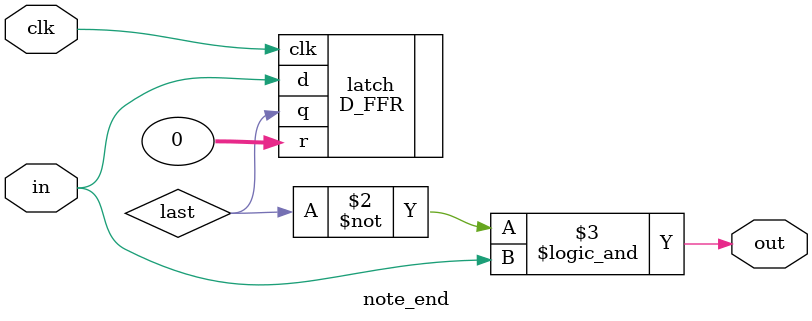
<source format=v>

module note_end(clk,in,out);
	input clk,in;
	output out;
	wire last;
	
	D_FFR latch(.clk(clk),
				.r(0),
				.d(in),
				.q(last)
				);
				
	assign out = ~last && in;		//用前一个值和后一个值来判断结束，因为信号可能占多个时钟周期
endmodule
</source>
